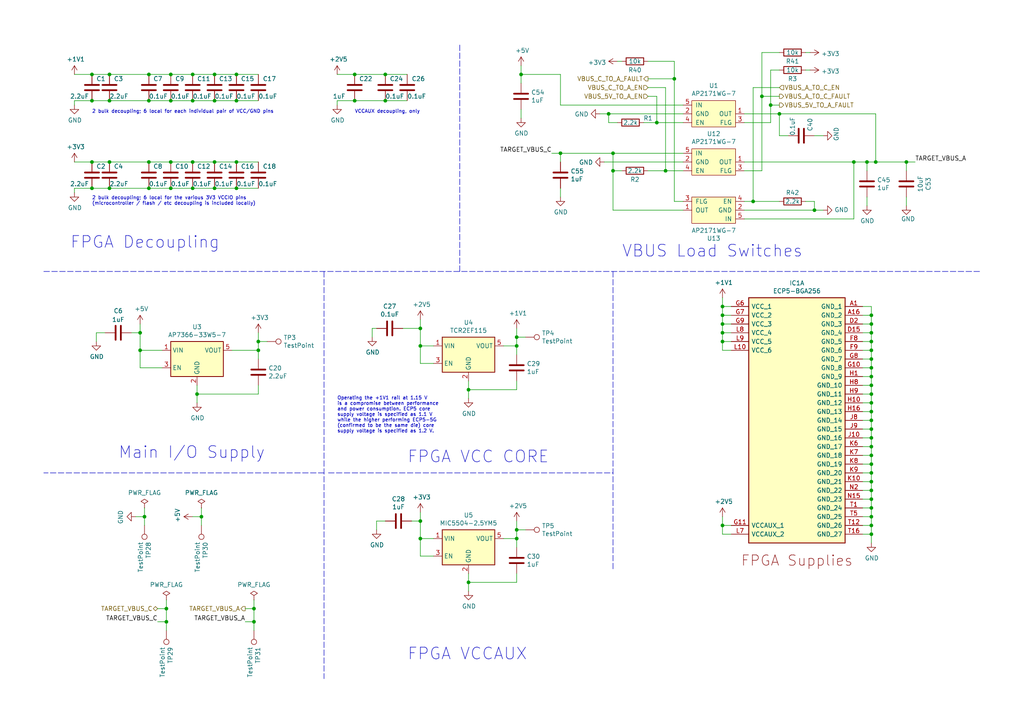
<source format=kicad_sch>
(kicad_sch (version 20211123) (generator eeschema)
  (paper "A4")
  (title_block (title "LUNA USB Multitool") (date "2023-01-11") (rev "r0.5+") (company "Copyright 2019-2023 Great Scott Gadgets") (comment 1 "Licensed under the CERN-OHL-P v2"))
  (junction (at 177.8 44.45))
  (junction (at 190.5 35.56))
  (junction (at 68.58 29.21))
  (junction (at 177.8 49.53))
  (junction (at 252.73 114.3))
  (junction (at 209.55 96.52))
  (junction (at 58.42 149.86))
  (junction (at 252.73 154.94))
  (junction (at 68.58 21.59))
  (junction (at 62.23 21.59))
  (junction (at 252.73 147.32))
  (junction (at 209.55 99.06))
  (junction (at 252.73 106.68))
  (junction (at 252.73 139.7))
  (junction (at 26.67 21.59))
  (junction (at 254 46.99))
  (junction (at 62.23 54.61))
  (junction (at 252.73 124.46))
  (junction (at 209.55 152.4))
  (junction (at 26.67 54.61))
  (junction (at 209.55 88.9))
  (junction (at 43.18 21.59))
  (junction (at 252.73 142.24))
  (junction (at 31.75 29.21))
  (junction (at 48.26 180.34))
  (junction (at 49.53 29.21))
  (junction (at 151.13 21.59))
  (junction (at 252.73 129.54))
  (junction (at 26.67 46.99))
  (junction (at 252.73 104.14))
  (junction (at 252.73 132.08))
  (junction (at 252.73 91.44))
  (junction (at 55.88 54.61))
  (junction (at 135.89 113.03))
  (junction (at 74.93 101.6))
  (junction (at 252.73 144.78))
  (junction (at 176.53 33.02))
  (junction (at 121.92 100.33))
  (junction (at 55.88 21.59))
  (junction (at 43.18 54.61))
  (junction (at 251.46 46.99))
  (junction (at 74.93 99.06))
  (junction (at 209.55 93.98))
  (junction (at 68.58 46.99))
  (junction (at 252.73 96.52))
  (junction (at 218.44 58.42))
  (junction (at 149.86 156.21))
  (junction (at 252.73 137.16))
  (junction (at 43.18 46.99))
  (junction (at 121.92 151.13))
  (junction (at 49.53 21.59))
  (junction (at 55.88 29.21))
  (junction (at 48.26 176.53))
  (junction (at 40.64 101.6))
  (junction (at 73.66 176.53))
  (junction (at 49.53 54.61))
  (junction (at 252.73 99.06))
  (junction (at 73.66 180.34))
  (junction (at 252.73 116.84))
  (junction (at 252.73 119.38))
  (junction (at 226.06 33.02))
  (junction (at 252.73 149.86))
  (junction (at 121.92 95.25))
  (junction (at 55.88 46.99))
  (junction (at 31.75 46.99))
  (junction (at 68.58 54.61))
  (junction (at 247.65 46.99))
  (junction (at 236.22 60.96))
  (junction (at 149.86 97.79))
  (junction (at 223.52 30.48))
  (junction (at 40.64 96.52))
  (junction (at 49.53 46.99))
  (junction (at 220.98 27.94))
  (junction (at 252.73 127))
  (junction (at 252.73 152.4))
  (junction (at 252.73 111.76))
  (junction (at 149.86 153.67))
  (junction (at 111.76 29.21))
  (junction (at 62.23 46.99))
  (junction (at 149.86 100.33))
  (junction (at 111.76 21.59))
  (junction (at 252.73 121.92))
  (junction (at 26.67 29.21))
  (junction (at 102.87 21.59))
  (junction (at 41.91 149.86))
  (junction (at 57.15 114.3))
  (junction (at 162.56 44.45))
  (junction (at 43.18 29.21))
  (junction (at 252.73 109.22))
  (junction (at 102.87 29.21))
  (junction (at 252.73 93.98))
  (junction (at 252.73 101.6))
  (junction (at 262.89 46.99))
  (junction (at 252.73 134.62))
  (junction (at 121.92 156.21))
  (junction (at 193.04 49.53))
  (junction (at 62.23 29.21))
  (junction (at 31.75 54.61))
  (junction (at 31.75 21.59))
  (junction (at 135.89 168.91))
  (junction (at 195.58 22.86))
  (junction (at 209.55 91.44))
  (wire (pts (xy 250.19 127) (xy 252.73 127)))
  (wire (pts (xy 149.86 97.79) (xy 152.4 97.79)))
  (wire (pts (xy 179.07 35.56) (xy 176.53 35.56)))
  (wire (pts (xy 254 46.99) (xy 262.89 46.99)))
  (wire (pts (xy 250.19 137.16) (xy 252.73 137.16)))
  (wire (pts (xy 193.04 49.53) (xy 187.96 49.53)))
  (wire (pts (xy 247.65 46.99) (xy 247.65 63.5)))
  (wire (pts (xy 121.92 156.21) (xy 121.92 161.29)))
  (wire (pts (xy 57.15 114.3) (xy 57.15 116.84)))
  (wire (pts (xy 48.26 176.53) (xy 48.26 173.99)))
  (wire (pts (xy 209.55 101.6) (xy 212.09 101.6)))
  (wire (pts (xy 177.8 44.45) (xy 198.12 44.45)))
  (wire (pts (xy 236.22 60.96) (xy 215.9 60.96)))
  (wire (pts (xy 151.13 21.59) (xy 162.56 21.59)))
  (wire (pts (xy 173.99 33.02) (xy 176.53 33.02)))
  (wire (pts (xy 27.94 96.52) (xy 27.94 99.06)))
  (wire (pts (xy 68.58 29.21) (xy 62.23 29.21)))
  (wire (pts (xy 49.53 46.99) (xy 55.88 46.99)))
  (wire (pts (xy 209.55 91.44) (xy 209.55 93.98)))
  (wire (pts (xy 252.73 119.38) (xy 252.73 121.92)))
  (wire (pts (xy 212.09 96.52) (xy 209.55 96.52)))
  (wire (pts (xy 209.55 99.06) (xy 209.55 101.6)))
  (wire (pts (xy 265.43 46.99) (xy 262.89 46.99)))
  (wire (pts (xy 247.65 46.99) (xy 251.46 46.99)))
  (wire (pts (xy 58.42 152.4) (xy 58.42 149.86)))
  (wire (pts (xy 68.58 46.99) (xy 74.93 46.99)))
  (wire (pts (xy 252.73 124.46) (xy 252.73 127)))
  (wire (pts (xy 31.75 54.61) (xy 26.67 54.61)))
  (wire (pts (xy 252.73 106.68) (xy 252.73 109.22)))
  (wire (pts (xy 250.19 134.62) (xy 252.73 134.62)))
  (wire (pts (xy 250.19 111.76) (xy 252.73 111.76)))
  (wire (pts (xy 251.46 46.99) (xy 254 46.99)))
  (wire (pts (xy 252.73 147.32) (xy 252.73 149.86)))
  (wire (pts (xy 234.95 15.24) (xy 233.68 15.24)))
  (wire (pts (xy 121.92 105.41) (xy 125.73 105.41)))
  (wire (pts (xy 220.98 27.94) (xy 226.06 27.94)))
  (wire (pts (xy 109.22 153.67) (xy 109.22 151.13)))
  (wire (pts (xy 177.8 49.53) (xy 177.8 60.96)))
  (wire (pts (xy 234.95 20.32) (xy 233.68 20.32)))
  (wire (pts (xy 223.52 20.32) (xy 226.06 20.32)))
  (wire (pts (xy 250.19 114.3) (xy 252.73 114.3)))
  (wire (pts (xy 223.52 35.56) (xy 223.52 30.48)))
  (wire (pts (xy 209.55 149.86) (xy 209.55 152.4)))
  (wire (pts (xy 149.86 95.25) (xy 149.86 97.79)))
  (wire (pts (xy 193.04 49.53) (xy 193.04 25.4)))
  (wire (pts (xy 252.73 101.6) (xy 252.73 104.14)))
  (wire (pts (xy 252.73 149.86) (xy 252.73 152.4)))
  (wire (pts (xy 31.75 46.99) (xy 43.18 46.99)))
  (wire (pts (xy 149.86 153.67) (xy 149.86 156.21)))
  (wire (pts (xy 233.68 58.42) (xy 236.22 58.42)))
  (wire (pts (xy 212.09 99.06) (xy 209.55 99.06)))
  (wire (pts (xy 31.75 54.61) (xy 43.18 54.61)))
  (wire (pts (xy 121.92 151.13) (xy 121.92 156.21)))
  (wire (pts (xy 107.95 97.79) (xy 107.95 95.25)))
  (wire (pts (xy 250.19 119.38) (xy 252.73 119.38)))
  (polyline (pts (xy 93.98 78.74) (xy 93.98 196.85)))
  (wire (pts (xy 102.87 29.21) (xy 97.79 29.21)))
  (wire (pts (xy 49.53 54.61) (xy 43.18 54.61)))
  (wire (pts (xy 62.23 21.59) (xy 68.58 21.59)))
  (wire (pts (xy 236.22 39.37) (xy 238.76 39.37)))
  (wire (pts (xy 252.73 142.24) (xy 252.73 144.78)))
  (wire (pts (xy 215.9 58.42) (xy 218.44 58.42)))
  (wire (pts (xy 177.8 60.96) (xy 198.12 60.96)))
  (wire (pts (xy 212.09 152.4) (xy 209.55 152.4)))
  (wire (pts (xy 212.09 91.44) (xy 209.55 91.44)))
  (wire (pts (xy 251.46 49.53) (xy 251.46 46.99)))
  (wire (pts (xy 97.79 29.21) (xy 97.79 30.48)))
  (wire (pts (xy 40.64 101.6) (xy 46.99 101.6)))
  (wire (pts (xy 41.91 149.86) (xy 41.91 147.32)))
  (wire (pts (xy 73.66 180.34) (xy 73.66 182.88)))
  (wire (pts (xy 247.65 63.5) (xy 215.9 63.5)))
  (wire (pts (xy 68.58 54.61) (xy 62.23 54.61)))
  (wire (pts (xy 187.96 27.94) (xy 190.5 27.94)))
  (wire (pts (xy 252.73 99.06) (xy 252.73 101.6)))
  (wire (pts (xy 179.07 17.78) (xy 180.34 17.78)))
  (wire (pts (xy 250.19 142.24) (xy 252.73 142.24)))
  (wire (pts (xy 151.13 21.59) (xy 151.13 24.13)))
  (wire (pts (xy 215.9 35.56) (xy 223.52 35.56)))
  (wire (pts (xy 218.44 25.4) (xy 226.06 25.4)))
  (wire (pts (xy 250.19 116.84) (xy 252.73 116.84)))
  (wire (pts (xy 250.19 99.06) (xy 252.73 99.06)))
  (wire (pts (xy 146.05 156.21) (xy 149.86 156.21)))
  (wire (pts (xy 252.73 139.7) (xy 252.73 142.24)))
  (wire (pts (xy 250.19 124.46) (xy 252.73 124.46)))
  (wire (pts (xy 116.84 95.25) (xy 121.92 95.25)))
  (wire (pts (xy 111.76 21.59) (xy 118.11 21.59)))
  (wire (pts (xy 27.94 96.52) (xy 30.48 96.52)))
  (wire (pts (xy 215.9 46.99) (xy 247.65 46.99)))
  (wire (pts (xy 190.5 35.56) (xy 190.5 27.94)))
  (wire (pts (xy 218.44 58.42) (xy 226.06 58.42)))
  (wire (pts (xy 250.19 139.7) (xy 252.73 139.7)))
  (wire (pts (xy 252.73 109.22) (xy 252.73 111.76)))
  (wire (pts (xy 252.73 129.54) (xy 252.73 132.08)))
  (wire (pts (xy 250.19 144.78) (xy 252.73 144.78)))
  (polyline (pts (xy 12.7 78.74) (xy 284.48 78.74)))
  (wire (pts (xy 252.73 144.78) (xy 252.73 147.32)))
  (wire (pts (xy 62.23 29.21) (xy 55.88 29.21)))
  (wire (pts (xy 73.66 176.53) (xy 73.66 180.34)))
  (wire (pts (xy 220.98 27.94) (xy 220.98 15.24)))
  (wire (pts (xy 121.92 100.33) (xy 121.92 105.41)))
  (wire (pts (xy 209.55 154.94) (xy 209.55 152.4)))
  (wire (pts (xy 55.88 54.61) (xy 49.53 54.61)))
  (wire (pts (xy 58.42 149.86) (xy 58.42 147.32)))
  (wire (pts (xy 149.86 168.91) (xy 135.89 168.91)))
  (wire (pts (xy 226.06 39.37) (xy 226.06 33.02)))
  (wire (pts (xy 198.12 58.42) (xy 195.58 58.42)))
  (wire (pts (xy 162.56 46.99) (xy 162.56 44.45)))
  (wire (pts (xy 218.44 58.42) (xy 218.44 25.4)))
  (wire (pts (xy 62.23 46.99) (xy 68.58 46.99)))
  (wire (pts (xy 250.19 96.52) (xy 252.73 96.52)))
  (wire (pts (xy 226.06 33.02) (xy 254 33.02)))
  (wire (pts (xy 45.72 176.53) (xy 48.26 176.53)))
  (wire (pts (xy 252.73 152.4) (xy 252.73 154.94)))
  (wire (pts (xy 135.89 110.49) (xy 135.89 113.03)))
  (wire (pts (xy 102.87 29.21) (xy 111.76 29.21)))
  (polyline (pts (xy 95.25 137.16) (xy 177.8 137.16)))
  (wire (pts (xy 151.13 34.29) (xy 151.13 31.75)))
  (wire (pts (xy 162.56 21.59) (xy 162.56 30.48)))
  (wire (pts (xy 250.19 149.86) (xy 252.73 149.86)))
  (wire (pts (xy 45.72 180.34) (xy 48.26 180.34)))
  (wire (pts (xy 190.5 35.56) (xy 198.12 35.56)))
  (wire (pts (xy 67.31 101.6) (xy 74.93 101.6)))
  (wire (pts (xy 74.93 101.6) (xy 74.93 104.14)))
  (wire (pts (xy 251.46 59.69) (xy 251.46 57.15)))
  (wire (pts (xy 31.75 21.59) (xy 43.18 21.59)))
  (wire (pts (xy 38.1 96.52) (xy 40.64 96.52)))
  (wire (pts (xy 252.73 93.98) (xy 252.73 96.52)))
  (wire (pts (xy 212.09 154.94) (xy 209.55 154.94)))
  (polyline (pts (xy 93.98 137.16) (xy 12.7 137.16)))
  (wire (pts (xy 135.89 168.91) (xy 135.89 171.45)))
  (wire (pts (xy 176.53 35.56) (xy 176.53 33.02)))
  (wire (pts (xy 250.19 129.54) (xy 252.73 129.54)))
  (wire (pts (xy 43.18 21.59) (xy 49.53 21.59)))
  (wire (pts (xy 31.75 29.21) (xy 26.67 29.21)))
  (wire (pts (xy 198.12 49.53) (xy 193.04 49.53)))
  (wire (pts (xy 209.55 96.52) (xy 209.55 99.06)))
  (wire (pts (xy 149.86 166.37) (xy 149.86 168.91)))
  (polyline (pts (xy 133.35 78.74) (xy 133.35 12.7)))
  (wire (pts (xy 125.73 100.33) (xy 121.92 100.33)))
  (wire (pts (xy 162.56 57.15) (xy 162.56 54.61)))
  (wire (pts (xy 215.9 49.53) (xy 220.98 49.53)))
  (wire (pts (xy 215.9 33.02) (xy 226.06 33.02)))
  (wire (pts (xy 250.19 106.68) (xy 252.73 106.68)))
  (wire (pts (xy 176.53 33.02) (xy 198.12 33.02)))
  (wire (pts (xy 125.73 156.21) (xy 121.92 156.21)))
  (wire (pts (xy 195.58 58.42) (xy 195.58 22.86)))
  (wire (pts (xy 31.75 29.21) (xy 43.18 29.21)))
  (wire (pts (xy 121.92 161.29) (xy 125.73 161.29)))
  (wire (pts (xy 135.89 113.03) (xy 135.89 115.57)))
  (wire (pts (xy 252.73 121.92) (xy 252.73 124.46)))
  (polyline (pts (xy 177.8 78.74) (xy 177.8 165.1)))
  (wire (pts (xy 77.47 99.06) (xy 74.93 99.06)))
  (wire (pts (xy 252.73 114.3) (xy 252.73 116.84)))
  (wire (pts (xy 119.38 151.13) (xy 121.92 151.13)))
  (wire (pts (xy 254 33.02) (xy 254 46.99)))
  (wire (pts (xy 149.86 158.75) (xy 149.86 156.21)))
  (wire (pts (xy 252.73 132.08) (xy 252.73 134.62)))
  (wire (pts (xy 250.19 147.32) (xy 252.73 147.32)))
  (wire (pts (xy 252.73 137.16) (xy 252.73 139.7)))
  (wire (pts (xy 236.22 58.42) (xy 236.22 60.96)))
  (wire (pts (xy 220.98 15.24) (xy 226.06 15.24)))
  (wire (pts (xy 252.73 134.62) (xy 252.73 137.16)))
  (wire (pts (xy 26.67 29.21) (xy 21.59 29.21)))
  (wire (pts (xy 212.09 88.9) (xy 209.55 88.9)))
  (wire (pts (xy 46.99 106.68) (xy 40.64 106.68)))
  (wire (pts (xy 21.59 21.59) (xy 26.67 21.59)))
  (wire (pts (xy 21.59 46.99) (xy 26.67 46.99)))
  (wire (pts (xy 252.73 127) (xy 252.73 129.54)))
  (wire (pts (xy 250.19 121.92) (xy 252.73 121.92)))
  (wire (pts (xy 149.86 97.79) (xy 149.86 100.33)))
  (wire (pts (xy 121.92 95.25) (xy 121.92 100.33)))
  (wire (pts (xy 74.93 99.06) (xy 74.93 101.6)))
  (wire (pts (xy 71.12 176.53) (xy 73.66 176.53)))
  (wire (pts (xy 109.22 151.13) (xy 111.76 151.13)))
  (wire (pts (xy 55.88 29.21) (xy 49.53 29.21)))
  (wire (pts (xy 187.96 25.4) (xy 193.04 25.4)))
  (wire (pts (xy 262.89 46.99) (xy 262.89 49.53)))
  (wire (pts (xy 252.73 104.14) (xy 252.73 106.68)))
  (wire (pts (xy 26.67 54.61) (xy 21.59 54.61)))
  (wire (pts (xy 195.58 17.78) (xy 187.96 17.78)))
  (wire (pts (xy 149.86 113.03) (xy 135.89 113.03)))
  (wire (pts (xy 209.55 88.9) (xy 209.55 91.44)))
  (wire (pts (xy 121.92 92.71) (xy 121.92 95.25)))
  (wire (pts (xy 162.56 30.48) (xy 198.12 30.48)))
  (wire (pts (xy 118.11 29.21) (xy 111.76 29.21)))
  (wire (pts (xy 250.19 109.22) (xy 252.73 109.22)))
  (wire (pts (xy 39.37 149.86) (xy 41.91 149.86)))
  (wire (pts (xy 49.53 29.21) (xy 43.18 29.21)))
  (wire (pts (xy 212.09 93.98) (xy 209.55 93.98)))
  (wire (pts (xy 135.89 166.37) (xy 135.89 168.91)))
  (wire (pts (xy 43.18 46.99) (xy 49.53 46.99)))
  (wire (pts (xy 55.88 21.59) (xy 62.23 21.59)))
  (wire (pts (xy 160.02 44.45) (xy 162.56 44.45)))
  (wire (pts (xy 223.52 30.48) (xy 226.06 30.48)))
  (wire (pts (xy 74.93 111.76) (xy 74.93 114.3)))
  (wire (pts (xy 121.92 148.59) (xy 121.92 151.13)))
  (wire (pts (xy 209.55 93.98) (xy 209.55 96.52)))
  (wire (pts (xy 57.15 111.76) (xy 57.15 114.3)))
  (wire (pts (xy 74.93 96.52) (xy 74.93 99.06)))
  (wire (pts (xy 250.19 152.4) (xy 252.73 152.4)))
  (wire (pts (xy 252.73 91.44) (xy 252.73 93.98)))
  (wire (pts (xy 97.79 21.59) (xy 102.87 21.59)))
  (wire (pts (xy 223.52 30.48) (xy 223.52 20.32)))
  (wire (pts (xy 252.73 96.52) (xy 252.73 99.06)))
  (wire (pts (xy 162.56 44.45) (xy 177.8 44.45)))
  (wire (pts (xy 21.59 29.21) (xy 21.59 30.48)))
  (wire (pts (xy 177.8 44.45) (xy 177.8 49.53)))
  (wire (pts (xy 40.64 96.52) (xy 40.64 101.6)))
  (wire (pts (xy 62.23 54.61) (xy 55.88 54.61)))
  (wire (pts (xy 250.19 91.44) (xy 252.73 91.44)))
  (wire (pts (xy 48.26 176.53) (xy 48.26 180.34)))
  (wire (pts (xy 68.58 21.59) (xy 74.93 21.59)))
  (wire (pts (xy 209.55 86.36) (xy 209.55 88.9)))
  (wire (pts (xy 226.06 39.37) (xy 228.6 39.37)))
  (wire (pts (xy 41.91 152.4) (xy 41.91 149.86)))
  (wire (pts (xy 250.19 104.14) (xy 252.73 104.14)))
  (wire (pts (xy 252.73 88.9) (xy 252.73 91.44)))
  (wire (pts (xy 107.95 95.25) (xy 109.22 95.25)))
  (wire (pts (xy 40.64 93.98) (xy 40.64 96.52)))
  (wire (pts (xy 49.53 21.59) (xy 55.88 21.59)))
  (wire (pts (xy 146.05 100.33) (xy 149.86 100.33)))
  (wire (pts (xy 55.88 46.99) (xy 62.23 46.99)))
  (wire (pts (xy 102.87 21.59) (xy 111.76 21.59)))
  (wire (pts (xy 250.19 88.9) (xy 252.73 88.9)))
  (wire (pts (xy 220.98 49.53) (xy 220.98 27.94)))
  (wire (pts (xy 152.4 153.67) (xy 149.86 153.67)))
  (wire (pts (xy 151.13 19.05) (xy 151.13 21.59)))
  (wire (pts (xy 250.19 101.6) (xy 252.73 101.6)))
  (wire (pts (xy 175.26 46.99) (xy 198.12 46.99)))
  (wire (pts (xy 250.19 93.98) (xy 252.73 93.98)))
  (wire (pts (xy 149.86 100.33) (xy 149.86 102.87)))
  (wire (pts (xy 250.19 154.94) (xy 252.73 154.94)))
  (wire (pts (xy 55.88 149.86) (xy 58.42 149.86)))
  (wire (pts (xy 40.64 106.68) (xy 40.64 101.6)))
  (wire (pts (xy 238.76 60.96) (xy 236.22 60.96)))
  (wire (pts (xy 21.59 54.61) (xy 21.59 55.88)))
  (wire (pts (xy 149.86 151.13) (xy 149.86 153.67)))
  (wire (pts (xy 262.89 57.15) (xy 262.89 59.69)))
  (wire (pts (xy 26.67 46.99) (xy 31.75 46.99)))
  (wire (pts (xy 252.73 111.76) (xy 252.73 114.3)))
  (wire (pts (xy 180.34 49.53) (xy 177.8 49.53)))
  (wire (pts (xy 195.58 22.86) (xy 187.96 22.86)))
  (wire (pts (xy 74.93 114.3) (xy 57.15 114.3)))
  (wire (pts (xy 73.66 176.53) (xy 73.66 173.99)))
  (wire (pts (xy 74.93 29.21) (xy 68.58 29.21)))
  (wire (pts (xy 71.12 180.34) (xy 73.66 180.34)))
  (wire (pts (xy 48.26 180.34) (xy 48.26 182.88)))
  (wire (pts (xy 195.58 17.78) (xy 195.58 22.86)))
  (wire (pts (xy 26.67 21.59) (xy 31.75 21.59)))
  (wire (pts (xy 252.73 116.84) (xy 252.73 119.38)))
  (wire (pts (xy 74.93 54.61) (xy 68.58 54.61)))
  (wire (pts (xy 149.86 110.49) (xy 149.86 113.03)))
  (wire (pts (xy 186.69 35.56) (xy 190.5 35.56)))
  (wire (pts (xy 250.19 132.08) (xy 252.73 132.08)))
  (wire (pts (xy 252.73 154.94) (xy 252.73 157.48)))
  (text "2 bulk decoupling; 6 local for the various 3V3 VCCIO pins\n(microcontroller / flash / etc decoupling is included locally)" (at 26.67 59.69 0) (effects (font (size 0.9906 0.9906)) (justify left bottom)))
  (text "FPGA VCC CORE" (at 118.11 134.62 0) (effects (font (size 3.4036 3.4036)) (justify left bottom)))
  (text "FPGA Decoupling" (at 20.32 72.39 0) (effects (font (size 3.4036 3.4036)) (justify left bottom)))
  (text "2 bulk decoupling; 6 local for each individual pair of VCC/GND pins" (at 26.67 33.02 0) (effects (font (size 0.9906 0.9906)) (justify left bottom)))
  (text "VBUS Load Switches" (at 180.34 74.93 0) (effects (font (size 3.4036 3.4036)) (justify left bottom)))
  (text "VCCAUX decoupling, only" (at 102.87 33.02 0) (effects (font (size 0.9906 0.9906)) (justify left bottom)))
  (text "FPGA VCCAUX" (at 118.11 191.77 0) (effects (font (size 3.4036 3.4036)) (justify left bottom)))
  (text "Main I/O Supply" (at 34.29 133.35 0) (effects (font (size 3.4036 3.4036)) (justify left bottom)))
  (text "Operating the +1V1 rail at 1.15 V\nis a compromise between performance\nand power consumption. ECP5 core\nsupply voltage is specified as 1.1 V\nwhile the higher performing ECP5-5G\n(confirmed to be the same die) core\nsupply voltage is specified as 1.2 V.\n" (at 97.79 125.73 0) (effects (font (size 0.9906 0.9906)) (justify left bottom)))
  (label "TARGET_VBUS_C" (at 45.72 180.34 180))
  (label "TARGET_VBUS_C" (at 160.02 44.45 180))
  (label "TARGET_VBUS_A" (at 71.12 180.34 180))
  (label "TARGET_VBUS_A" (at 265.43 46.99 0))
  (hierarchical_label "TARGET_VBUS_A" (shape output) (at 71.12 176.53 180))
  (hierarchical_label "VBUS_5V_TO_A_FAULT" (shape output) (at 226.06 30.48 0))
  (hierarchical_label "TARGET_VBUS_C" (shape bidirectional) (at 45.72 176.53 180))
  (hierarchical_label "VBUS_A_TO_C_FAULT" (shape output) (at 226.06 27.94 0))
  (hierarchical_label "VBUS_5V_TO_A_EN" (shape input) (at 187.96 27.94 180))
  (hierarchical_label "VBUS_A_TO_C_EN" (shape input) (at 226.06 25.4 0))
  (hierarchical_label "VBUS_C_TO_A_FAULT" (shape output) (at 187.96 22.86 180))
  (hierarchical_label "VBUS_C_TO_A_EN" (shape input) (at 187.96 25.4 180))
  (symbol (lib_id "fpgas_and_processors:ECP5-BGA256") (at 212.09 86.36 0) (unit 1)
    (property "Reference" "IC1" (at 231.14 82.0928 0))
    (property "Value" "ECP5-BGA256" (at 231.14 84.4042 0))
    (property "Footprint" "luna:lattice_cabga256" (effects hide))
    (property "Description" "FPGA - Field Programmable Gate Array ECP5; 12k LUTs; 1.1V" (effects hide))
    (property "Manufacturer" "Lattice" (effects hide))
    (property "Part Number" "LFE5U-12F-6BG256C" (effects hide))
    (property "Substitution" "LFE5U-12F-*BG256*" (effects hide))
  )
  (symbol (lib_id "power:GND") (at 252.73 157.48 0) (unit 1)
    (property "Reference" "#PWR038" (effects hide))
    (property "Value" "GND" (at 252.857 161.8742 0))
  )
  (symbol (lib_id "power:+2V5") (at 209.55 149.86 0) (unit 1)
    (property "Reference" "#PWR037" (effects hide))
    (property "Value" "+2V5" (at 209.931 145.4658 0))
  )
  (symbol (lib_id "power:+1V1") (at 209.55 86.36 0) (unit 1)
    (property "Reference" "#PWR036" (effects hide))
    (property "Value" "+1V1" (at 209.931 81.9658 0))
  )
  (symbol (lib_id "power:+3V3") (at 121.92 148.59 0) (unit 1)
    (property "Reference" "#PWR031" (effects hide))
    (property "Value" "+3V3" (at 122.301 144.1958 0))
  )
  (symbol (lib_id "power:GND") (at 135.89 171.45 0) (unit 1)
    (property "Reference" "#PWR033" (effects hide))
    (property "Value" "GND" (at 136.017 175.8442 0))
  )
  (symbol (lib_id "Device:C") (at 115.57 151.13 270) (unit 1)
    (property "Reference" "C28" (at 115.57 144.7292 90))
    (property "Value" "1uF" (at 115.57 147.0406 90))
    (property "Footprint" "Capacitor_SMD:C_0603_1608Metric" (effects hide))
    (property "Part Number" "GENERIC-CAP-0603-1uF" (effects hide))
    (property "Substitution" "any equivalent" (effects hide))
  )
  (symbol (lib_id "power:GND") (at 109.22 153.67 0) (unit 1)
    (property "Reference" "#PWR029" (effects hide))
    (property "Value" "GND" (at 109.347 158.0642 0))
  )
  (symbol (lib_id "Device:C") (at 149.86 162.56 0) (unit 1)
    (property "Reference" "C30" (at 152.781 161.3916 0) (effects (justify left)))
    (property "Value" "1uF" (at 152.781 163.703 0) (effects (justify left)))
    (property "Footprint" "Capacitor_SMD:C_0603_1608Metric" (effects hide))
    (property "Part Number" "GENERIC-CAP-0603-1uF" (effects hide))
    (property "Substitution" "any equivalent" (effects hide))
  )
  (symbol (lib_id "Regulator_Linear:MIC5504-2.5YM5") (at 135.89 158.75 0) (unit 1)
    (property "Reference" "U5" (at 135.89 149.4282 0))
    (property "Value" "MIC5504-2.5YM5" (at 135.89 151.7396 0))
    (property "Footprint" "Package_TO_SOT_SMD:SOT-23-5" (effects hide))
    (property "Datasheet" "http://ww1.microchip.com/downloads/en/DeviceDoc/MIC550X.pdf" (effects hide))
    (property "Description" "IC REG LINEAR 2.5V 300MA SOT23-5" (effects hide))
    (property "Manufacturer" "Microchip" (effects hide))
    (property "Part Number" "MIC5504-2.5YM5-TR" (effects hide))
  )
  (symbol (lib_id "power:+2V5") (at 149.86 151.13 0) (unit 1)
    (property "Reference" "#PWR035" (effects hide))
    (property "Value" "+2V5" (at 150.241 146.7358 0))
  )
  (symbol (lib_id "power:GND") (at 57.15 116.84 0) (unit 1)
    (property "Reference" "#PWR021" (effects hide))
    (property "Value" "GND" (at 57.277 121.2342 0))
  )
  (symbol (lib_id "power:GND") (at 27.94 99.06 0) (unit 1)
    (property "Reference" "#PWR017" (effects hide))
    (property "Value" "GND" (at 28.067 103.4542 0))
  )
  (symbol (lib_id "Device:C") (at 74.93 107.95 0) (unit 1)
    (property "Reference" "C20" (at 77.851 106.7816 0) (effects (justify left)))
    (property "Value" "2.2uF" (at 77.851 109.093 0) (effects (justify left)))
    (property "Footprint" "Capacitor_SMD:C_0603_1608Metric" (effects hide))
    (property "Description" "CAP CER 2.2UF 10V X5R 0603" (effects hide))
    (property "Manufacturer" "Samsung" (effects hide))
    (property "Part Number" "CL10A225KP8NNNC" (effects hide))
  )
  (symbol (lib_id "power:+5V") (at 40.64 93.98 0) (unit 1)
    (property "Reference" "#PWR019" (effects hide))
    (property "Value" "+5V" (at 41.021 89.5858 0))
  )
  (symbol (lib_id "power:+3V3") (at 74.93 96.52 0) (unit 1)
    (property "Reference" "#PWR023" (effects hide))
    (property "Value" "+3V3" (at 75.311 92.1258 0))
  )
  (symbol (lib_id "power:GND") (at 135.89 115.57 0) (unit 1)
    (property "Reference" "#PWR032" (effects hide))
    (property "Value" "GND" (at 136.017 119.9642 0))
  )
  (symbol (lib_id "Device:C") (at 113.03 95.25 270) (unit 1)
    (property "Reference" "C27" (at 113.03 88.8492 90))
    (property "Value" "0.1uF" (at 113.03 91.1606 90))
    (property "Footprint" "Capacitor_SMD:C_0402_1005Metric" (effects hide))
    (property "Part Number" "GENERIC-CAP-0402-0.1uF" (effects hide))
    (property "Substitution" "any equivalent" (effects hide))
  )
  (symbol (lib_id "power:GND") (at 107.95 97.79 0) (unit 1)
    (property "Reference" "#PWR028" (effects hide))
    (property "Value" "GND" (at 108.077 102.1842 0))
  )
  (symbol (lib_id "Device:C") (at 149.86 106.68 0) (unit 1)
    (property "Reference" "C29" (at 152.781 105.5116 0) (effects (justify left)))
    (property "Value" "1uF" (at 152.781 107.823 0) (effects (justify left)))
    (property "Footprint" "Capacitor_SMD:C_0603_1608Metric" (effects hide))
    (property "Part Number" "GENERIC-CAP-0603-1uF" (effects hide))
    (property "Substitution" "any equivalent" (effects hide))
  )
  (symbol (lib_id "power:+2V5") (at 121.92 92.71 0) (unit 1)
    (property "Reference" "#PWR030" (effects hide))
    (property "Value" "+2V5" (at 122.301 88.3158 0))
  )
  (symbol (lib_id "power:+1V1") (at 149.86 95.25 0) (unit 1)
    (property "Reference" "#PWR034" (effects hide))
    (property "Value" "+1V1" (at 150.241 90.8558 0))
  )
  (symbol (lib_id "Device:C") (at 43.18 25.4 0) (unit 1)
    (property "Reference" "C7" (at 44.45 22.86 0) (effects (justify left)))
    (property "Value" "0.1uF" (at 43.18 27.94 0) (effects (justify left)))
    (property "Footprint" "Capacitor_SMD:C_0402_1005Metric" (effects hide))
    (property "Part Number" "GENERIC-CAP-0402-0.1uF" (effects hide))
    (property "Substitution" "any equivalent" (effects hide))
  )
  (symbol (lib_id "Device:C") (at 49.53 25.4 0) (unit 1)
    (property "Reference" "C9" (at 50.8 22.86 0) (effects (justify left)))
    (property "Value" "0.1uF" (at 49.53 27.94 0) (effects (justify left)))
    (property "Footprint" "Capacitor_SMD:C_0402_1005Metric" (effects hide))
    (property "Part Number" "GENERIC-CAP-0402-0.1uF" (effects hide))
    (property "Substitution" "any equivalent" (effects hide))
  )
  (symbol (lib_id "Device:C") (at 55.88 25.4 0) (unit 1)
    (property "Reference" "C11" (at 57.15 22.86 0) (effects (justify left)))
    (property "Value" "0.1uF" (at 55.88 27.94 0) (effects (justify left)))
    (property "Footprint" "Capacitor_SMD:C_0402_1005Metric" (effects hide))
    (property "Part Number" "GENERIC-CAP-0402-0.1uF" (effects hide))
    (property "Substitution" "any equivalent" (effects hide))
  )
  (symbol (lib_id "Device:C") (at 62.23 25.4 0) (unit 1)
    (property "Reference" "C13" (at 63.5 22.86 0) (effects (justify left)))
    (property "Value" "0.1uF" (at 62.23 27.94 0) (effects (justify left)))
    (property "Footprint" "Capacitor_SMD:C_0402_1005Metric" (effects hide))
    (property "Part Number" "GENERIC-CAP-0402-0.1uF" (effects hide))
    (property "Substitution" "any equivalent" (effects hide))
  )
  (symbol (lib_id "Device:C") (at 68.58 25.4 0) (unit 1)
    (property "Reference" "C15" (at 69.85 22.86 0) (effects (justify left)))
    (property "Value" "0.1uF" (at 68.58 27.94 0) (effects (justify left)))
    (property "Footprint" "Capacitor_SMD:C_0402_1005Metric" (effects hide))
    (property "Part Number" "GENERIC-CAP-0402-0.1uF" (effects hide))
    (property "Substitution" "any equivalent" (effects hide))
  )
  (symbol (lib_id "Device:C") (at 74.93 25.4 0) (unit 1)
    (property "Reference" "C17" (at 76.2 22.86 0) (effects (justify left)))
    (property "Value" "0.1uF" (at 74.93 27.94 0) (effects (justify left)))
    (property "Footprint" "Capacitor_SMD:C_0402_1005Metric" (effects hide))
    (property "Part Number" "GENERIC-CAP-0402-0.1uF" (effects hide))
    (property "Substitution" "any equivalent" (effects hide))
  )
  (symbol (lib_id "Device:C") (at 31.75 25.4 0) (unit 1)
    (property "Reference" "C3" (at 33.02 22.86 0) (effects (justify left)))
    (property "Value" "2.2uF" (at 31.75 27.94 0) (effects (justify left)))
    (property "Footprint" "Capacitor_SMD:C_0603_1608Metric" (effects hide))
    (property "Description" "CAP CER 2.2UF 10V X5R 0603" (effects hide))
    (property "Manufacturer" "Samsung" (effects hide))
    (property "Part Number" "CL10A225KP8NNNC" (effects hide))
  )
  (symbol (lib_id "Device:C") (at 26.67 25.4 0) (unit 1)
    (property "Reference" "C1" (at 27.94 22.86 0) (effects (justify left)))
    (property "Value" "2.2uF" (at 20.32 27.94 0) (effects (justify left)))
    (property "Footprint" "Capacitor_SMD:C_0603_1608Metric" (effects hide))
    (property "Description" "CAP CER 2.2UF 10V X5R 0603" (effects hide))
    (property "Manufacturer" "Samsung" (effects hide))
    (property "Part Number" "CL10A225KP8NNNC" (effects hide))
  )
  (symbol (lib_id "power:+1V1") (at 21.59 21.59 0) (unit 1)
    (property "Reference" "#PWR012" (effects hide))
    (property "Value" "+1V1" (at 21.971 17.1958 0))
  )
  (symbol (lib_id "power:GND") (at 21.59 30.48 0) (unit 1)
    (property "Reference" "#PWR013" (effects hide))
    (property "Value" "GND" (at 21.717 34.8742 0))
  )
  (symbol (lib_id "Device:C") (at 43.18 50.8 0) (unit 1)
    (property "Reference" "C8" (at 44.45 48.26 0) (effects (justify left)))
    (property "Value" "0.1uF" (at 43.18 53.34 0) (effects (justify left)))
    (property "Footprint" "Capacitor_SMD:C_0402_1005Metric" (effects hide))
    (property "Part Number" "GENERIC-CAP-0402-0.1uF" (effects hide))
    (property "Substitution" "any equivalent" (effects hide))
  )
  (symbol (lib_id "Device:C") (at 49.53 50.8 0) (unit 1)
    (property "Reference" "C10" (at 50.8 48.26 0) (effects (justify left)))
    (property "Value" "0.1uF" (at 49.53 53.34 0) (effects (justify left)))
    (property "Footprint" "Capacitor_SMD:C_0402_1005Metric" (effects hide))
    (property "Part Number" "GENERIC-CAP-0402-0.1uF" (effects hide))
    (property "Substitution" "any equivalent" (effects hide))
  )
  (symbol (lib_id "Device:C") (at 55.88 50.8 0) (unit 1)
    (property "Reference" "C12" (at 57.15 48.26 0) (effects (justify left)))
    (property "Value" "0.1uF" (at 55.88 53.34 0) (effects (justify left)))
    (property "Footprint" "Capacitor_SMD:C_0402_1005Metric" (effects hide))
    (property "Part Number" "GENERIC-CAP-0402-0.1uF" (effects hide))
    (property "Substitution" "any equivalent" (effects hide))
  )
  (symbol (lib_id "Device:C") (at 62.23 50.8 0) (unit 1)
    (property "Reference" "C14" (at 63.5 48.26 0) (effects (justify left)))
    (property "Value" "0.1uF" (at 62.23 53.34 0) (effects (justify left)))
    (property "Footprint" "Capacitor_SMD:C_0402_1005Metric" (effects hide))
    (property "Part Number" "GENERIC-CAP-0402-0.1uF" (effects hide))
    (property "Substitution" "any equivalent" (effects hide))
  )
  (symbol (lib_id "Device:C") (at 68.58 50.8 0) (unit 1)
    (property "Reference" "C16" (at 69.85 48.26 0) (effects (justify left)))
    (property "Value" "0.1uF" (at 68.58 53.34 0) (effects (justify left)))
    (property "Footprint" "Capacitor_SMD:C_0402_1005Metric" (effects hide))
    (property "Part Number" "GENERIC-CAP-0402-0.1uF" (effects hide))
    (property "Substitution" "any equivalent" (effects hide))
  )
  (symbol (lib_id "Device:C") (at 74.93 50.8 0) (unit 1)
    (property "Reference" "C18" (at 76.2 48.26 0) (effects (justify left)))
    (property "Value" "0.1uF" (at 74.93 53.34 0) (effects (justify left)))
    (property "Footprint" "Capacitor_SMD:C_0402_1005Metric" (effects hide))
    (property "Part Number" "GENERIC-CAP-0402-0.1uF" (effects hide))
    (property "Substitution" "any equivalent" (effects hide))
  )
  (symbol (lib_id "Device:C") (at 26.67 50.8 0) (unit 1)
    (property "Reference" "C2" (at 27.94 48.26 0) (effects (justify left)))
    (property "Value" "2.2uF" (at 20.32 53.34 0) (effects (justify left)))
    (property "Footprint" "Capacitor_SMD:C_0603_1608Metric" (effects hide))
    (property "Description" "CAP CER 2.2UF 10V X5R 0603" (effects hide))
    (property "Manufacturer" "Samsung" (effects hide))
    (property "Part Number" "CL10A225KP8NNNC" (effects hide))
  )
  (symbol (lib_id "power:GND") (at 21.59 55.88 0) (unit 1)
    (property "Reference" "#PWR015" (effects hide))
    (property "Value" "GND" (at 21.717 60.2742 0))
  )
  (symbol (lib_id "Device:C") (at 31.75 50.8 0) (unit 1)
    (property "Reference" "C4" (at 33.02 48.26 0) (effects (justify left)))
    (property "Value" "2.2uF" (at 31.75 53.34 0) (effects (justify left)))
    (property "Footprint" "Capacitor_SMD:C_0603_1608Metric" (effects hide))
    (property "Description" "CAP CER 2.2UF 10V X5R 0603" (effects hide))
    (property "Manufacturer" "Samsung" (effects hide))
    (property "Part Number" "CL10A225KP8NNNC" (effects hide))
  )
  (symbol (lib_id "power:+3V3") (at 21.59 46.99 0) (unit 1)
    (property "Reference" "#PWR014" (effects hide))
    (property "Value" "+3V3" (at 21.971 42.5958 0))
  )
  (symbol (lib_id "power:GND") (at 97.79 30.48 0) (unit 1)
    (property "Reference" "#PWR027" (effects hide))
    (property "Value" "GND" (at 97.917 34.8742 0))
  )
  (symbol (lib_id "Device:C") (at 102.87 25.4 0) (unit 1)
    (property "Reference" "C22" (at 104.14 22.86 0) (effects (justify left)))
    (property "Value" "1uF" (at 96.52 27.94 0) (effects (justify left)))
    (property "Footprint" "Capacitor_SMD:C_0603_1608Metric" (effects hide))
    (property "Part Number" "GENERIC-CAP-0603-1uF" (effects hide))
    (property "Substitution" "any equivalent" (effects hide))
  )
  (symbol (lib_id "Device:C") (at 118.11 25.4 0) (unit 1)
    (property "Reference" "C26" (at 119.38 22.86 0) (effects (justify left)))
    (property "Value" "0.1uF" (at 118.11 27.94 0) (effects (justify left)))
    (property "Footprint" "Capacitor_SMD:C_0402_1005Metric" (effects hide))
    (property "Part Number" "GENERIC-CAP-0402-0.1uF" (effects hide))
    (property "Substitution" "any equivalent" (effects hide))
  )
  (symbol (lib_id "Device:C") (at 111.76 25.4 0) (unit 1)
    (property "Reference" "C24" (at 113.03 22.86 0) (effects (justify left)))
    (property "Value" "0.1uF" (at 111.76 27.94 0) (effects (justify left)))
    (property "Footprint" "Capacitor_SMD:C_0402_1005Metric" (effects hide))
    (property "Part Number" "GENERIC-CAP-0402-0.1uF" (effects hide))
    (property "Substitution" "any equivalent" (effects hide))
  )
  (symbol (lib_id "power:+2V5") (at 97.79 21.59 0) (unit 1)
    (property "Reference" "#PWR026" (effects hide))
    (property "Value" "+2V5" (at 98.171 17.1958 0))
  )
  (symbol (lib_id "Connector:TestPoint") (at 77.47 99.06 270) (unit 1)
    (property "Reference" "TP3" (at 82.2198 97.917 90) (effects (justify left)))
    (property "Value" "TestPoint" (at 82.2198 100.203 90) (effects (justify left)))
    (property "Footprint" "TestPoint:TestPoint_Pad_D1.0mm" (effects hide))
    (property "DNP" "DNP" (effects hide))
  )
  (symbol (lib_id "Connector:TestPoint") (at 152.4 97.79 270) (unit 1)
    (property "Reference" "TP4" (at 157.1498 96.647 90) (effects (justify left)))
    (property "Value" "TestPoint" (at 157.1498 98.933 90) (effects (justify left)))
    (property "Footprint" "TestPoint:TestPoint_Pad_D1.0mm" (effects hide))
    (property "DNP" "DNP" (effects hide))
  )
  (symbol (lib_id "Connector:TestPoint") (at 152.4 153.67 270) (unit 1)
    (property "Reference" "TP5" (at 157.1498 152.527 90) (effects (justify left)))
    (property "Value" "TestPoint" (at 157.1498 154.813 90) (effects (justify left)))
    (property "Footprint" "TestPoint:TestPoint_Pad_D1.0mm" (effects hide))
    (property "DNP" "DNP" (effects hide))
  )
  (symbol (lib_id "Regulator_Linear:MIC5504-1.8YM5") (at 57.15 104.14 0) (unit 1)
    (property "Reference" "U3" (at 57.15 94.8182 0))
    (property "Value" "AP7366-33W5-7" (at 57.15 97.1296 0))
    (property "Footprint" "Package_TO_SOT_SMD:SOT-23-5" (effects hide))
    (property "Datasheet" "https://www.diodes.com/assets/Datasheets/AP7366.pdf" (effects hide))
    (property "Description" "Linear Voltage Regulator IC 1 Output 600mA SOT-25" (effects hide))
    (property "Manufacturer" "Diodes Inc." (effects hide))
    (property "Part Number" "AP7366-33W5-7" (effects hide))
  )
  (symbol (lib_id "Device:C") (at 34.29 96.52 270) (mirror x) (unit 1)
    (property "Reference" "C6" (at 34.29 90.17 90))
    (property "Value" "1uF" (at 34.29 92.71 90))
    (property "Footprint" "Capacitor_SMD:C_0603_1608Metric" (effects hide))
    (property "Part Number" "GENERIC-CAP-0603-1uF" (effects hide))
    (property "Substitution" "any equivalent" (effects hide))
  )
  (symbol (lib_id "Regulator_Linear:MIC5504-1.8YM5") (at 135.89 102.87 0) (unit 1)
    (property "Reference" "U4" (at 135.89 93.5482 0))
    (property "Value" "TCR2EF115" (at 135.89 95.8596 0))
    (property "Footprint" "Package_TO_SOT_SMD:SOT-23-5" (effects hide))
    (property "Datasheet" "https://toshiba.semicon-storage.com/info/docget.jsp?did=13794&prodName=TCR2EF115" (effects hide))
    (property "Description" "IC REG LINEAR 1.15V 200MA SMV" (effects hide))
    (property "Manufacturer" "Toshiba" (effects hide))
    (property "Part Number" "TCR2EF115,LM(CT" (effects hide))
  )
  (symbol (lib_id "Device:R") (at 184.15 49.53 270) (unit 1)
    (property "Reference" "R2" (at 184.15 52.07 90))
    (property "Value" "2.2k" (at 184.15 49.53 90))
    (property "Footprint" "Resistor_SMD:R_0402_1005Metric" (effects hide))
    (property "Part Number" "GENERIC-RES-0402-2.2K" (effects hide))
    (property "Substitution" "any equivalent" (effects hide))
  )
  (symbol (lib_id "support_hardware:AP22804-SOT") (at 200.66 43.18 0) (unit 1)
    (property "Reference" "U12" (at 207.01 38.8112 0))
    (property "Value" "AP2171WG-7" (at 207.01 41.0972 0))
    (property "Footprint" "Package_TO_SOT_SMD:SOT-23-5" (effects hide))
    (property "Description" "IC PWR SWITCH P-CHAN 1:1 1A SOT25" (effects hide))
    (property "Manufacturer" "Diodes Inc." (effects hide))
    (property "Part Number" "AP2171WG-7" (effects hide))
    (property "Substitution" "AP22818AKEWT-7, AP22811AW5-7, AP22804AW5-7, AP22814AW5-7" (effects hide))
  )
  (symbol (lib_id "power:GND") (at 175.26 46.99 270) (unit 1)
    (property "Reference" "#PWR083" (effects hide))
    (property "Value" "GND" (at 172.0088 47.0916 90) (effects (justify right)))
  )
  (symbol (lib_id "Device:R") (at 182.88 35.56 90) (mirror x) (unit 1)
    (property "Reference" "R1" (at 187.96 34.29 90))
    (property "Value" "2.2k" (at 182.88 35.56 90))
    (property "Footprint" "Resistor_SMD:R_0402_1005Metric" (effects hide))
    (property "Part Number" "GENERIC-RES-0402-2.2K" (effects hide))
    (property "Substitution" "any equivalent" (effects hide))
  )
  (symbol (lib_id "support_hardware:AP22804-SOT") (at 200.66 29.21 0) (unit 1)
    (property "Reference" "U1" (at 207.01 24.8412 0))
    (property "Value" "AP2171WG-7" (at 207.01 27.1272 0))
    (property "Footprint" "Package_TO_SOT_SMD:SOT-23-5" (effects hide))
    (property "Description" "IC PWR SWITCH P-CHAN 1:1 1A SOT25" (effects hide))
    (property "Manufacturer" "Diodes Inc." (effects hide))
    (property "Part Number" "AP2171WG-7" (effects hide))
    (property "Substitution" "AP22818AKEWT-7, AP22811AW5-7, AP22804AW5-7, AP22814AW5-7" (effects hide))
  )
  (symbol (lib_id "power:GND") (at 173.99 33.02 270) (unit 1)
    (property "Reference" "#PWR042" (effects hide))
    (property "Value" "GND" (at 170.7388 33.1216 90) (effects (justify right)))
  )
  (symbol (lib_id "Device:C") (at 262.89 53.34 180) (unit 1)
    (property "Reference" "C53" (at 269.24 53.34 90))
    (property "Value" "10uF" (at 266.954 53.34 90))
    (property "Footprint" "Capacitor_SMD:C_0805_2012Metric" (effects hide))
    (property "Description" "CAP CER 10UF 10V X5R 0805" (effects hide))
    (property "Manufacturer" "Taiyo Yuden" (effects hide))
    (property "Part Number" "LMK212ABJ106KGHT" (effects hide))
  )
  (symbol (lib_id "power:GND") (at 262.89 59.69 0) (unit 1)
    (property "Reference" "#PWR0117" (effects hide))
    (property "Value" "GND" (at 265.43 63.5 0) (effects (justify right)))
  )
  (symbol (lib_id "Device:C") (at 151.13 27.94 0) (unit 1)
    (property "Reference" "C54" (at 154.051 26.797 0) (effects (justify left)))
    (property "Value" "1uF" (at 154.051 29.083 0) (effects (justify left)))
    (property "Footprint" "Capacitor_SMD:C_0603_1608Metric" (effects hide))
    (property "Part Number" "GENERIC-CAP-0603-1uF" (effects hide))
    (property "Substitution" "any equivalent" (effects hide))
  )
  (symbol (lib_id "power:GND") (at 151.13 34.29 0) (unit 1)
    (property "Reference" "#PWR04" (effects hide))
    (property "Value" "GND" (at 151.2316 38.6588 0))
  )
  (symbol (lib_id "power:+5V") (at 151.13 19.05 0) (unit 1)
    (property "Reference" "#PWR03" (effects hide))
    (property "Value" "+5V" (at 151.4856 14.6558 0))
  )
  (symbol (lib_id "Device:C") (at 162.56 50.8 0) (unit 1)
    (property "Reference" "C55" (at 165.481 49.657 0) (effects (justify left)))
    (property "Value" "1uF" (at 165.481 51.943 0) (effects (justify left)))
    (property "Footprint" "Capacitor_SMD:C_0603_1608Metric" (effects hide))
    (property "Part Number" "GENERIC-CAP-0603-1uF" (effects hide))
    (property "Substitution" "any equivalent" (effects hide))
  )
  (symbol (lib_id "power:GND") (at 162.56 57.15 0) (unit 1)
    (property "Reference" "#PWR07" (effects hide))
    (property "Value" "GND" (at 162.6616 61.5188 0))
  )
  (symbol (lib_id "Device:C") (at 232.41 39.37 270) (mirror x) (unit 1)
    (property "Reference" "C40" (at 234.95 38.1 0) (effects (justify left)))
    (property "Value" "0.1uF" (at 229.87 39.37 0) (effects (justify left)))
    (property "Footprint" "Capacitor_SMD:C_0402_1005Metric" (effects hide))
    (property "Part Number" "GENERIC-CAP-0402-0.1uF" (effects hide))
    (property "Substitution" "any equivalent" (effects hide))
  )
  (symbol (lib_id "power:GND") (at 238.76 39.37 90) (unit 1)
    (property "Reference" "#PWR0114" (effects hide))
    (property "Value" "GND" (at 242.57 36.83 0) (effects (justify right)))
  )
  (symbol (lib_id "support_hardware:AP22804-SOT") (at 213.36 64.77 180) (unit 1)
    (property "Reference" "U13" (at 207.01 69.1388 0))
    (property "Value" "AP2171WG-7" (at 207.01 66.8528 0))
    (property "Footprint" "Package_TO_SOT_SMD:SOT-23-5" (effects hide))
    (property "Description" "IC PWR SWITCH P-CHAN 1:1 1A SOT25" (effects hide))
    (property "Manufacturer" "Diodes Inc." (effects hide))
    (property "Part Number" "AP2171WG-7" (effects hide))
    (property "Substitution" "AP22818AKEWT-7, AP22811AW5-7, AP22804AW5-7, AP22814AW5-7" (effects hide))
  )
  (symbol (lib_id "power:GND") (at 238.76 60.96 90) (unit 1)
    (property "Reference" "#PWR0115" (effects hide))
    (property "Value" "GND" (at 242.0112 60.8584 90) (effects (justify right)))
  )
  (symbol (lib_id "power:GND") (at 251.46 59.69 0) (unit 1)
    (property "Reference" "#PWR0116" (effects hide))
    (property "Value" "GND" (at 251.5616 64.0588 0))
  )
  (symbol (lib_id "Device:C") (at 251.46 53.34 0) (unit 1)
    (property "Reference" "C45" (at 254.381 52.197 0) (effects (justify left)))
    (property "Value" "1uF" (at 254.381 54.483 0) (effects (justify left)))
    (property "Footprint" "Capacitor_SMD:C_0603_1608Metric" (effects hide))
    (property "Part Number" "GENERIC-CAP-0603-1uF" (effects hide))
    (property "Substitution" "any equivalent" (effects hide))
  )
  (symbol (lib_id "Device:R") (at 229.87 58.42 270) (mirror x) (unit 1)
    (property "Reference" "R42" (at 229.87 55.88 90))
    (property "Value" "2.2k" (at 229.87 58.42 90))
    (property "Footprint" "Resistor_SMD:R_0402_1005Metric" (effects hide))
    (property "Part Number" "GENERIC-RES-0402-2.2K" (effects hide))
    (property "Substitution" "any equivalent" (effects hide))
  )
  (symbol (lib_id "power:PWR_FLAG") (at 58.42 147.32 0) (unit 1)
    (property "Reference" "#FLG0102" (effects hide))
    (property "Value" "PWR_FLAG" (at 58.42 142.9258 0))
  )
  (symbol (lib_id "power:+5V") (at 55.88 149.86 90) (unit 1)
    (property "Reference" "#PWR0107" (effects hide))
    (property "Value" "+5V" (at 51.4858 149.479 0))
  )
  (symbol (lib_id "power:GND") (at 39.37 149.86 270) (unit 1)
    (property "Reference" "#PWR0122" (effects hide))
    (property "Value" "GND" (at 34.9758 149.987 0))
  )
  (symbol (lib_id "power:PWR_FLAG") (at 41.91 147.32 0) (unit 1)
    (property "Reference" "#FLG0101" (effects hide))
    (property "Value" "PWR_FLAG" (at 41.91 142.9258 0))
  )
  (symbol (lib_id "power:PWR_FLAG") (at 73.66 173.99 0) (unit 1)
    (property "Reference" "#FLG0103" (effects hide))
    (property "Value" "PWR_FLAG" (at 73.66 169.5958 0))
  )
  (symbol (lib_id "power:PWR_FLAG") (at 48.26 173.99 0) (unit 1)
    (property "Reference" "#FLG0104" (effects hide))
    (property "Value" "PWR_FLAG" (at 48.26 169.5958 0))
  )
  (symbol (lib_id "Device:R") (at 229.87 20.32 270) (unit 1)
    (property "Reference" "R3" (at 229.87 22.86 90))
    (property "Value" "10k" (at 229.87 20.32 90))
    (property "Footprint" "Resistor_SMD:R_0402_1005Metric" (effects hide))
    (property "Part Number" "GENERIC-RES-0402-10K" (effects hide))
    (property "Substitution" "any equivalent" (effects hide))
  )
  (symbol (lib_id "power:+3V3") (at 234.95 20.32 270) (unit 1)
    (property "Reference" "#PWR0100" (effects hide))
    (property "Value" "+3V3" (at 238.2012 20.6756 90) (effects (justify left)))
  )
  (symbol (lib_id "power:+3V3") (at 234.95 15.24 270) (unit 1)
    (property "Reference" "#PWR099" (effects hide))
    (property "Value" "+3V3" (at 238.2012 15.5956 90) (effects (justify left)))
  )
  (symbol (lib_id "Device:R") (at 229.87 15.24 270) (unit 1)
    (property "Reference" "R41" (at 229.87 17.78 90))
    (property "Value" "10k" (at 229.87 15.24 90))
    (property "Footprint" "Resistor_SMD:R_0402_1005Metric" (effects hide))
    (property "Part Number" "GENERIC-RES-0402-10K" (effects hide))
    (property "Substitution" "any equivalent" (effects hide))
  )
  (symbol (lib_id "power:+3V3") (at 179.07 17.78 90) (mirror x) (unit 1)
    (property "Reference" "#PWR082" (effects hide))
    (property "Value" "+3V3" (at 175.8188 18.1356 90) (effects (justify left)))
  )
  (symbol (lib_id "Device:R") (at 184.15 17.78 90) (mirror x) (unit 1)
    (property "Reference" "R40" (at 184.15 20.32 90))
    (property "Value" "10k" (at 184.15 17.78 90))
    (property "Footprint" "Resistor_SMD:R_0402_1005Metric" (effects hide))
    (property "Part Number" "GENERIC-RES-0402-10K" (effects hide))
    (property "Substitution" "any equivalent" (effects hide))
  )
  (symbol (lib_id "Connector:TestPoint") (at 73.66 182.88 180) (unit 1)
    (property "Reference" "TP31" (at 74.803 187.6298 90) (effects (justify left)))
    (property "Value" "TestPoint" (at 72.517 187.6298 90) (effects (justify left)))
    (property "Footprint" "TestPoint:TestPoint_Pad_D1.0mm" (effects hide))
    (property "DNP" "DNP" (effects hide))
  )
  (symbol (lib_id "Connector:TestPoint") (at 48.26 182.88 180) (unit 1)
    (property "Reference" "TP29" (at 49.403 187.6298 90) (effects (justify left)))
    (property "Value" "TestPoint" (at 47.117 187.6298 90) (effects (justify left)))
    (property "Footprint" "TestPoint:TestPoint_Pad_D1.0mm" (effects hide))
    (property "DNP" "DNP" (effects hide))
  )
  (symbol (lib_id "Connector:TestPoint") (at 41.91 152.4 180) (unit 1)
    (property "Reference" "TP28" (at 43.053 157.1498 90) (effects (justify left)))
    (property "Value" "TestPoint" (at 40.767 157.1498 90) (effects (justify left)))
    (property "Footprint" "TestPoint:TestPoint_Pad_D1.0mm" (effects hide))
    (property "DNP" "DNP" (effects hide))
  )
  (symbol (lib_id "Connector:TestPoint") (at 58.42 152.4 180) (unit 1)
    (property "Reference" "TP30" (at 59.563 157.1498 90) (effects (justify left)))
    (property "Value" "TestPoint" (at 57.277 157.1498 90) (effects (justify left)))
    (property "Footprint" "TestPoint:TestPoint_Pad_D1.0mm" (effects hide))
    (property "DNP" "DNP" (effects hide))
  )
)
</source>
